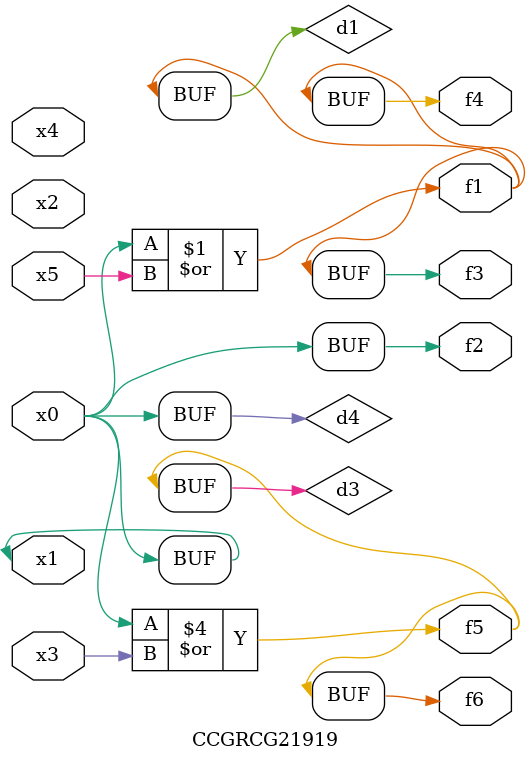
<source format=v>
module CCGRCG21919(
	input x0, x1, x2, x3, x4, x5,
	output f1, f2, f3, f4, f5, f6
);

	wire d1, d2, d3, d4;

	or (d1, x0, x5);
	xnor (d2, x1, x4);
	or (d3, x0, x3);
	buf (d4, x0, x1);
	assign f1 = d1;
	assign f2 = d4;
	assign f3 = d1;
	assign f4 = d1;
	assign f5 = d3;
	assign f6 = d3;
endmodule

</source>
